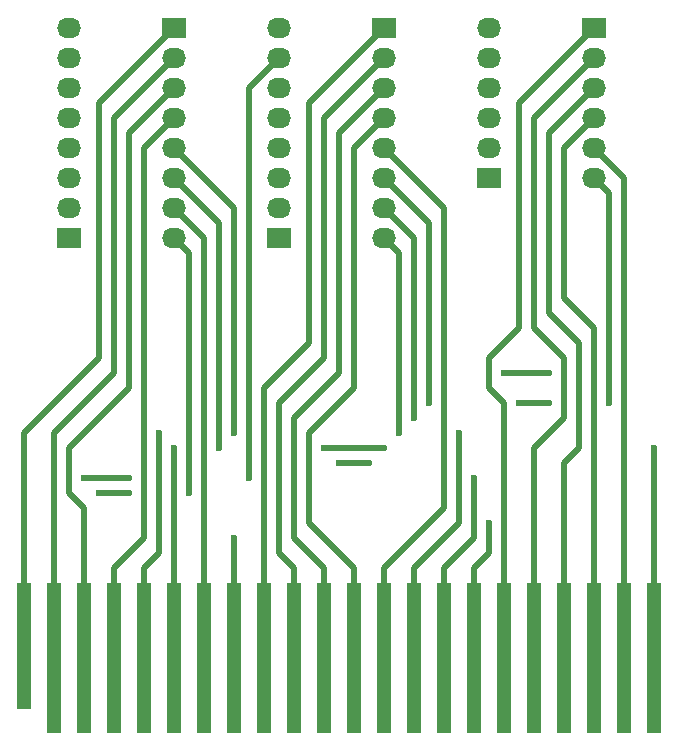
<source format=gbl>
G04 #@! TF.FileFunction,Copper,L2,Bot,Signal*
%FSLAX46Y46*%
G04 Gerber Fmt 4.6, Leading zero omitted, Abs format (unit mm)*
G04 Created by KiCad (PCBNEW 4.0.5+dfsg1-2) date Thu Jan 19 16:30:09 2017*
%MOMM*%
%LPD*%
G01*
G04 APERTURE LIST*
%ADD10C,0.100000*%
%ADD11R,2.032000X1.727200*%
%ADD12O,2.032000X1.727200*%
%ADD13R,1.270000X10.700000*%
%ADD14R,1.270000X12.700000*%
%ADD15C,0.600000*%
%ADD16C,0.500000*%
G04 APERTURE END LIST*
D10*
D11*
X80010000Y-85090000D03*
D12*
X80010000Y-82550000D03*
X80010000Y-80010000D03*
X80010000Y-77470000D03*
X80010000Y-74930000D03*
X80010000Y-72390000D03*
X80010000Y-69850000D03*
X80010000Y-67310000D03*
D11*
X97790000Y-85090000D03*
D12*
X97790000Y-82550000D03*
X97790000Y-80010000D03*
X97790000Y-77470000D03*
X97790000Y-74930000D03*
X97790000Y-72390000D03*
X97790000Y-69850000D03*
X97790000Y-67310000D03*
D11*
X115570000Y-80010000D03*
D12*
X115570000Y-77470000D03*
X115570000Y-74930000D03*
X115570000Y-72390000D03*
X115570000Y-69850000D03*
X115570000Y-67310000D03*
D11*
X124460000Y-67310000D03*
D12*
X124460000Y-69850000D03*
X124460000Y-72390000D03*
X124460000Y-74930000D03*
X124460000Y-77470000D03*
X124460000Y-80010000D03*
D11*
X106680000Y-67310000D03*
D12*
X106680000Y-69850000D03*
X106680000Y-72390000D03*
X106680000Y-74930000D03*
X106680000Y-77470000D03*
X106680000Y-80010000D03*
X106680000Y-82550000D03*
X106680000Y-85090000D03*
D11*
X88900000Y-67310000D03*
D12*
X88900000Y-69850000D03*
X88900000Y-72390000D03*
X88900000Y-74930000D03*
X88900000Y-77470000D03*
X88900000Y-80010000D03*
X88900000Y-82550000D03*
X88900000Y-85090000D03*
D13*
X76200000Y-119650000D03*
D14*
X78740000Y-120650000D03*
X81280000Y-120650000D03*
X83820000Y-120650000D03*
X86360000Y-120650000D03*
X88900000Y-120650000D03*
X91440000Y-120650000D03*
X93980000Y-120650000D03*
X96520000Y-120650000D03*
X99060000Y-120650000D03*
X101600000Y-120650000D03*
X104140000Y-120650000D03*
X106680000Y-120650000D03*
X109220000Y-120650000D03*
X111760000Y-120650000D03*
X114300000Y-120650000D03*
X116840000Y-120650000D03*
X119380000Y-120650000D03*
X121920000Y-120650000D03*
X124460000Y-120650000D03*
X127000000Y-120650000D03*
X129540000Y-120650000D03*
D15*
X82550000Y-106680000D03*
X85090000Y-106680000D03*
X85090000Y-105410000D03*
X81280000Y-105410000D03*
X102870000Y-104140000D03*
X105410000Y-104140000D03*
X101600000Y-102870000D03*
X106680000Y-102870000D03*
X118110000Y-99060000D03*
X120650000Y-99060000D03*
X116840000Y-96520000D03*
X120650000Y-96520000D03*
X93980000Y-101600000D03*
X87630000Y-101600000D03*
X92710000Y-102870000D03*
X88900000Y-102870000D03*
X90170000Y-106680000D03*
X93980000Y-110490000D03*
X110490000Y-99060000D03*
X113030000Y-101600000D03*
X109220000Y-100330000D03*
X114300000Y-105410000D03*
X107950000Y-101600000D03*
X115570000Y-109220000D03*
X125730000Y-99060000D03*
X129540000Y-102870000D03*
X95250000Y-105410000D03*
D16*
X85090000Y-106680000D02*
X82550000Y-106680000D01*
X85090000Y-105410000D02*
X81280000Y-105410000D01*
X105410000Y-104140000D02*
X102870000Y-104140000D01*
X106680000Y-102870000D02*
X101600000Y-102870000D01*
X120650000Y-99060000D02*
X118110000Y-99060000D01*
X120650000Y-96520000D02*
X116840000Y-96520000D01*
X80010000Y-106680000D02*
X80010000Y-102870000D01*
X81280000Y-107950000D02*
X80010000Y-106680000D01*
X81280000Y-120650000D02*
X81280000Y-107950000D01*
X85090000Y-76200000D02*
X88900000Y-72390000D01*
X85090000Y-97790000D02*
X85090000Y-76200000D01*
X80010000Y-102870000D02*
X85090000Y-97790000D01*
X78740000Y-120650000D02*
X78740000Y-101600000D01*
X83820000Y-74930000D02*
X88900000Y-69850000D01*
X83820000Y-96520000D02*
X83820000Y-74930000D01*
X78740000Y-101600000D02*
X83820000Y-96520000D01*
X76200000Y-120650000D02*
X76200000Y-101600000D01*
X82550000Y-73660000D02*
X88900000Y-67310000D01*
X82550000Y-95250000D02*
X82550000Y-73660000D01*
X76200000Y-101600000D02*
X82550000Y-95250000D01*
X83820000Y-120650000D02*
X83820000Y-113030000D01*
X86360000Y-77470000D02*
X88900000Y-74930000D01*
X86360000Y-110490000D02*
X86360000Y-77470000D01*
X83820000Y-113030000D02*
X86360000Y-110490000D01*
X93980000Y-82550000D02*
X88900000Y-77470000D01*
X93980000Y-101600000D02*
X93980000Y-82550000D01*
X86360000Y-120650000D02*
X86360000Y-113030000D01*
X87630000Y-111760000D02*
X87630000Y-101600000D01*
X86360000Y-113030000D02*
X87630000Y-111760000D01*
X88900000Y-120650000D02*
X88900000Y-102870000D01*
X92710000Y-83820000D02*
X88900000Y-80010000D01*
X92710000Y-102870000D02*
X92710000Y-83820000D01*
X88900000Y-82550000D02*
X91440000Y-85090000D01*
X91440000Y-85090000D02*
X91440000Y-120650000D01*
X90170000Y-86360000D02*
X88900000Y-85090000D01*
X90170000Y-106680000D02*
X90170000Y-86360000D01*
X93980000Y-120650000D02*
X93980000Y-110490000D01*
X96520000Y-120650000D02*
X96520000Y-97790000D01*
X100330000Y-73660000D02*
X106680000Y-67310000D01*
X100330000Y-93980000D02*
X100330000Y-73660000D01*
X96520000Y-97790000D02*
X100330000Y-93980000D01*
X97790000Y-99060000D02*
X101600000Y-95250000D01*
X97790000Y-111760000D02*
X97790000Y-99060000D01*
X99060000Y-120650000D02*
X99060000Y-113030000D01*
X101600000Y-74930000D02*
X106680000Y-69850000D01*
X101600000Y-95250000D02*
X101600000Y-74930000D01*
X99060000Y-113030000D02*
X97790000Y-111760000D01*
X101600000Y-120650000D02*
X101600000Y-113030000D01*
X102870000Y-76200000D02*
X106680000Y-72390000D01*
X102870000Y-96520000D02*
X102870000Y-76200000D01*
X99060000Y-100330000D02*
X102870000Y-96520000D01*
X99060000Y-110490000D02*
X99060000Y-100330000D01*
X101600000Y-113030000D02*
X99060000Y-110490000D01*
X104140000Y-120650000D02*
X104140000Y-113030000D01*
X104140000Y-77470000D02*
X106680000Y-74930000D01*
X104140000Y-97790000D02*
X104140000Y-77470000D01*
X100330000Y-101600000D02*
X104140000Y-97790000D01*
X100330000Y-109220000D02*
X100330000Y-101600000D01*
X104140000Y-113030000D02*
X100330000Y-109220000D01*
X106680000Y-120650000D02*
X106680000Y-113030000D01*
X111760000Y-82550000D02*
X106680000Y-77470000D01*
X111760000Y-107950000D02*
X111760000Y-82550000D01*
X106680000Y-113030000D02*
X111760000Y-107950000D01*
X109220000Y-120650000D02*
X109220000Y-113030000D01*
X110490000Y-83820000D02*
X106680000Y-80010000D01*
X110490000Y-99060000D02*
X110490000Y-83820000D01*
X113030000Y-109220000D02*
X113030000Y-101600000D01*
X109220000Y-113030000D02*
X113030000Y-109220000D01*
X111760000Y-120650000D02*
X111760000Y-113030000D01*
X109220000Y-85090000D02*
X106680000Y-82550000D01*
X109220000Y-100330000D02*
X109220000Y-85090000D01*
X109220000Y-100330000D02*
X109220000Y-100330000D01*
X114300000Y-110490000D02*
X114300000Y-105410000D01*
X111760000Y-113030000D02*
X114300000Y-110490000D01*
X115570000Y-109220000D02*
X115570000Y-111760000D01*
X115570000Y-111760000D02*
X114300000Y-113030000D01*
X114300000Y-113030000D02*
X114300000Y-120650000D01*
X114300000Y-120650000D02*
X114300000Y-113030000D01*
X107950000Y-86360000D02*
X106680000Y-85090000D01*
X107950000Y-101600000D02*
X107950000Y-86360000D01*
X107950000Y-101600000D02*
X107950000Y-101600000D01*
X115570000Y-109220000D02*
X115570000Y-109220000D01*
X116840000Y-120650000D02*
X116840000Y-99060000D01*
X118110000Y-73660000D02*
X124460000Y-67310000D01*
X118110000Y-92710000D02*
X118110000Y-73660000D01*
X115570000Y-95250000D02*
X118110000Y-92710000D01*
X115570000Y-97790000D02*
X115570000Y-95250000D01*
X116840000Y-99060000D02*
X115570000Y-97790000D01*
X121920000Y-100330000D02*
X119380000Y-102870000D01*
X119380000Y-92710000D02*
X119380000Y-74930000D01*
X124460000Y-69850000D02*
X119380000Y-74930000D01*
X119380000Y-102870000D02*
X119380000Y-120650000D01*
X121920000Y-100330000D02*
X121920000Y-95250000D01*
X121920000Y-95250000D02*
X119380000Y-92710000D01*
X121920000Y-120650000D02*
X121920000Y-104140000D01*
X120650000Y-76200000D02*
X124460000Y-72390000D01*
X120650000Y-91440000D02*
X120650000Y-76200000D01*
X123190000Y-93980000D02*
X120650000Y-91440000D01*
X123190000Y-102870000D02*
X123190000Y-93980000D01*
X121920000Y-104140000D02*
X123190000Y-102870000D01*
X124460000Y-120650000D02*
X124460000Y-92710000D01*
X121920000Y-77470000D02*
X124460000Y-74930000D01*
X121920000Y-90170000D02*
X121920000Y-77470000D01*
X124460000Y-92710000D02*
X121920000Y-90170000D01*
X127000000Y-120650000D02*
X127000000Y-80010000D01*
X127000000Y-80010000D02*
X124460000Y-77470000D01*
X129540000Y-120650000D02*
X129540000Y-102870000D01*
X125730000Y-81280000D02*
X124460000Y-80010000D01*
X125730000Y-99060000D02*
X125730000Y-81280000D01*
X95250000Y-105410000D02*
X95250000Y-72390000D01*
X95250000Y-72390000D02*
X97790000Y-69850000D01*
M02*

</source>
